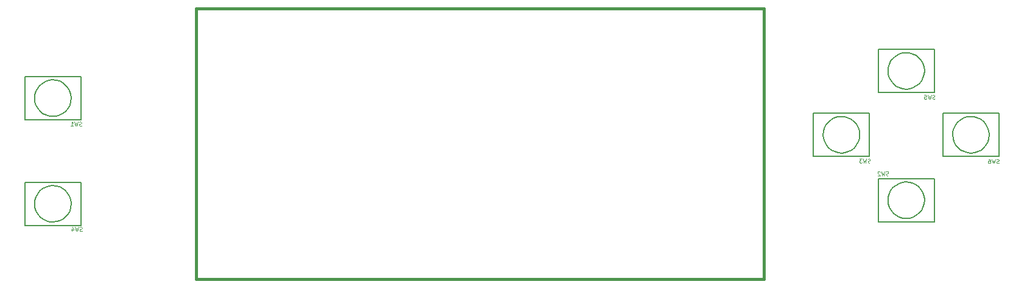
<source format=gbo>
G04 (created by PCBNEW-RS274X (2011-11-27 BZR 3249)-stable) date 7/05/2012 8:41:18 p.m.*
G01*
G70*
G90*
%MOIN*%
G04 Gerber Fmt 3.4, Leading zero omitted, Abs format*
%FSLAX34Y34*%
G04 APERTURE LIST*
%ADD10C,0.020000*%
%ADD11C,0.015000*%
%ADD12C,0.005000*%
%ADD13C,0.004300*%
G04 APERTURE END LIST*
G54D10*
G54D11*
X29220Y-15571D02*
X29224Y-15575D01*
X60268Y-15571D02*
X29220Y-15571D01*
X60268Y-30374D02*
X60268Y-15571D01*
X29228Y-30374D02*
X60268Y-30374D01*
X29228Y-15543D02*
X29228Y-30374D01*
G54D12*
X66536Y-27244D02*
X69606Y-27244D01*
X69606Y-24882D02*
X66536Y-24882D01*
X69606Y-24882D02*
X69606Y-27244D01*
X66536Y-27244D02*
X66536Y-24882D01*
X69071Y-26063D02*
X69051Y-26257D01*
X68995Y-26444D01*
X68903Y-26616D01*
X68780Y-26767D01*
X68630Y-26892D01*
X68458Y-26984D01*
X68272Y-27042D01*
X68077Y-27062D01*
X67884Y-27045D01*
X67697Y-26990D01*
X67524Y-26899D01*
X67372Y-26777D01*
X67246Y-26627D01*
X67152Y-26456D01*
X67093Y-26270D01*
X67072Y-26076D01*
X67088Y-25883D01*
X67142Y-25695D01*
X67231Y-25522D01*
X67352Y-25369D01*
X67501Y-25242D01*
X67671Y-25147D01*
X67857Y-25087D01*
X68051Y-25064D01*
X68244Y-25079D01*
X68432Y-25131D01*
X68606Y-25219D01*
X68760Y-25339D01*
X68888Y-25487D01*
X68984Y-25657D01*
X69046Y-25842D01*
X69070Y-26036D01*
X69071Y-26063D01*
X73149Y-21299D02*
X70079Y-21299D01*
X70079Y-23661D02*
X73149Y-23661D01*
X70079Y-23661D02*
X70079Y-21299D01*
X73149Y-21299D02*
X73149Y-23661D01*
X72614Y-22480D02*
X72594Y-22674D01*
X72538Y-22861D01*
X72446Y-23033D01*
X72323Y-23184D01*
X72173Y-23309D01*
X72001Y-23401D01*
X71815Y-23459D01*
X71620Y-23479D01*
X71427Y-23462D01*
X71240Y-23407D01*
X71067Y-23316D01*
X70915Y-23194D01*
X70789Y-23044D01*
X70695Y-22873D01*
X70636Y-22687D01*
X70615Y-22493D01*
X70631Y-22300D01*
X70685Y-22112D01*
X70774Y-21939D01*
X70895Y-21786D01*
X71044Y-21659D01*
X71214Y-21564D01*
X71400Y-21504D01*
X71594Y-21481D01*
X71787Y-21496D01*
X71975Y-21548D01*
X72149Y-21636D01*
X72303Y-21756D01*
X72431Y-21904D01*
X72527Y-22074D01*
X72589Y-22259D01*
X72613Y-22453D01*
X72614Y-22480D01*
X19843Y-27441D02*
X22913Y-27441D01*
X22913Y-25079D02*
X19843Y-25079D01*
X22913Y-25079D02*
X22913Y-27441D01*
X19843Y-27441D02*
X19843Y-25079D01*
X22378Y-26260D02*
X22358Y-26454D01*
X22302Y-26641D01*
X22210Y-26813D01*
X22087Y-26964D01*
X21937Y-27089D01*
X21765Y-27181D01*
X21579Y-27239D01*
X21384Y-27259D01*
X21191Y-27242D01*
X21004Y-27187D01*
X20831Y-27096D01*
X20679Y-26974D01*
X20553Y-26824D01*
X20459Y-26653D01*
X20400Y-26467D01*
X20379Y-26273D01*
X20395Y-26080D01*
X20449Y-25892D01*
X20538Y-25719D01*
X20659Y-25566D01*
X20808Y-25439D01*
X20978Y-25344D01*
X21164Y-25284D01*
X21358Y-25261D01*
X21551Y-25276D01*
X21739Y-25328D01*
X21913Y-25416D01*
X22067Y-25536D01*
X22195Y-25684D01*
X22291Y-25854D01*
X22353Y-26039D01*
X22377Y-26233D01*
X22378Y-26260D01*
X19843Y-21653D02*
X22913Y-21653D01*
X22913Y-19291D02*
X19843Y-19291D01*
X22913Y-19291D02*
X22913Y-21653D01*
X19843Y-21653D02*
X19843Y-19291D01*
X22378Y-20472D02*
X22358Y-20666D01*
X22302Y-20853D01*
X22210Y-21025D01*
X22087Y-21176D01*
X21937Y-21301D01*
X21765Y-21393D01*
X21579Y-21451D01*
X21384Y-21471D01*
X21191Y-21454D01*
X21004Y-21399D01*
X20831Y-21308D01*
X20679Y-21186D01*
X20553Y-21036D01*
X20459Y-20865D01*
X20400Y-20679D01*
X20379Y-20485D01*
X20395Y-20292D01*
X20449Y-20104D01*
X20538Y-19931D01*
X20659Y-19778D01*
X20808Y-19651D01*
X20978Y-19556D01*
X21164Y-19496D01*
X21358Y-19473D01*
X21551Y-19488D01*
X21739Y-19540D01*
X21913Y-19628D01*
X22067Y-19748D01*
X22195Y-19896D01*
X22291Y-20066D01*
X22353Y-20251D01*
X22377Y-20445D01*
X22378Y-20472D01*
X69606Y-17795D02*
X66536Y-17795D01*
X66536Y-20157D02*
X69606Y-20157D01*
X66536Y-20157D02*
X66536Y-17795D01*
X69606Y-17795D02*
X69606Y-20157D01*
X69071Y-18976D02*
X69051Y-19170D01*
X68995Y-19357D01*
X68903Y-19529D01*
X68780Y-19680D01*
X68630Y-19805D01*
X68458Y-19897D01*
X68272Y-19955D01*
X68077Y-19975D01*
X67884Y-19958D01*
X67697Y-19903D01*
X67524Y-19812D01*
X67372Y-19690D01*
X67246Y-19540D01*
X67152Y-19369D01*
X67093Y-19183D01*
X67072Y-18989D01*
X67088Y-18796D01*
X67142Y-18608D01*
X67231Y-18435D01*
X67352Y-18282D01*
X67501Y-18155D01*
X67671Y-18060D01*
X67857Y-18000D01*
X68051Y-17977D01*
X68244Y-17992D01*
X68432Y-18044D01*
X68606Y-18132D01*
X68760Y-18252D01*
X68888Y-18400D01*
X68984Y-18570D01*
X69046Y-18755D01*
X69070Y-18949D01*
X69071Y-18976D01*
X66063Y-21299D02*
X62993Y-21299D01*
X62993Y-23661D02*
X66063Y-23661D01*
X62993Y-23661D02*
X62993Y-21299D01*
X66063Y-21299D02*
X66063Y-23661D01*
X65528Y-22480D02*
X65508Y-22674D01*
X65452Y-22861D01*
X65360Y-23033D01*
X65237Y-23184D01*
X65087Y-23309D01*
X64915Y-23401D01*
X64729Y-23459D01*
X64534Y-23479D01*
X64341Y-23462D01*
X64154Y-23407D01*
X63981Y-23316D01*
X63829Y-23194D01*
X63703Y-23044D01*
X63609Y-22873D01*
X63550Y-22687D01*
X63529Y-22493D01*
X63545Y-22300D01*
X63599Y-22112D01*
X63688Y-21939D01*
X63809Y-21786D01*
X63958Y-21659D01*
X64128Y-21564D01*
X64314Y-21504D01*
X64508Y-21481D01*
X64701Y-21496D01*
X64889Y-21548D01*
X65063Y-21636D01*
X65217Y-21756D01*
X65345Y-21904D01*
X65441Y-22074D01*
X65503Y-22259D01*
X65527Y-22453D01*
X65528Y-22480D01*
G54D13*
X67089Y-24703D02*
X67058Y-24713D01*
X67006Y-24713D01*
X66985Y-24703D01*
X66975Y-24693D01*
X66965Y-24672D01*
X66965Y-24651D01*
X66975Y-24631D01*
X66985Y-24620D01*
X67006Y-24610D01*
X67047Y-24600D01*
X67068Y-24589D01*
X67078Y-24579D01*
X67089Y-24558D01*
X67089Y-24538D01*
X67078Y-24517D01*
X67068Y-24507D01*
X67047Y-24496D01*
X66996Y-24496D01*
X66965Y-24507D01*
X66892Y-24496D02*
X66840Y-24713D01*
X66799Y-24558D01*
X66758Y-24713D01*
X66706Y-24496D01*
X66634Y-24517D02*
X66623Y-24507D01*
X66603Y-24496D01*
X66551Y-24496D01*
X66530Y-24507D01*
X66520Y-24517D01*
X66510Y-24538D01*
X66510Y-24558D01*
X66520Y-24589D01*
X66644Y-24713D01*
X66510Y-24713D01*
X73136Y-24026D02*
X73105Y-24036D01*
X73053Y-24036D01*
X73032Y-24026D01*
X73022Y-24016D01*
X73012Y-23995D01*
X73012Y-23974D01*
X73022Y-23954D01*
X73032Y-23943D01*
X73053Y-23933D01*
X73094Y-23923D01*
X73115Y-23912D01*
X73125Y-23902D01*
X73136Y-23881D01*
X73136Y-23861D01*
X73125Y-23840D01*
X73115Y-23830D01*
X73094Y-23819D01*
X73043Y-23819D01*
X73012Y-23830D01*
X72939Y-23819D02*
X72887Y-24036D01*
X72846Y-23881D01*
X72805Y-24036D01*
X72753Y-23819D01*
X72577Y-23819D02*
X72619Y-23819D01*
X72639Y-23830D01*
X72650Y-23840D01*
X72670Y-23871D01*
X72681Y-23912D01*
X72681Y-23995D01*
X72670Y-24016D01*
X72660Y-24026D01*
X72639Y-24036D01*
X72598Y-24036D01*
X72577Y-24026D01*
X72567Y-24016D01*
X72557Y-23995D01*
X72557Y-23943D01*
X72567Y-23923D01*
X72577Y-23912D01*
X72598Y-23902D01*
X72639Y-23902D01*
X72660Y-23912D01*
X72670Y-23923D01*
X72681Y-23943D01*
X22971Y-27747D02*
X22940Y-27757D01*
X22888Y-27757D01*
X22867Y-27747D01*
X22857Y-27737D01*
X22847Y-27716D01*
X22847Y-27695D01*
X22857Y-27675D01*
X22867Y-27664D01*
X22888Y-27654D01*
X22929Y-27644D01*
X22950Y-27633D01*
X22960Y-27623D01*
X22971Y-27602D01*
X22971Y-27582D01*
X22960Y-27561D01*
X22950Y-27551D01*
X22929Y-27540D01*
X22878Y-27540D01*
X22847Y-27551D01*
X22774Y-27540D02*
X22722Y-27757D01*
X22681Y-27602D01*
X22640Y-27757D01*
X22588Y-27540D01*
X22412Y-27613D02*
X22412Y-27757D01*
X22464Y-27530D02*
X22516Y-27685D01*
X22381Y-27685D01*
X22940Y-21978D02*
X22909Y-21988D01*
X22857Y-21988D01*
X22836Y-21978D01*
X22826Y-21968D01*
X22816Y-21947D01*
X22816Y-21926D01*
X22826Y-21906D01*
X22836Y-21895D01*
X22857Y-21885D01*
X22898Y-21875D01*
X22919Y-21864D01*
X22929Y-21854D01*
X22940Y-21833D01*
X22940Y-21813D01*
X22929Y-21792D01*
X22919Y-21782D01*
X22898Y-21771D01*
X22847Y-21771D01*
X22816Y-21782D01*
X22743Y-21771D02*
X22691Y-21988D01*
X22650Y-21833D01*
X22609Y-21988D01*
X22557Y-21771D01*
X22361Y-21988D02*
X22485Y-21988D01*
X22423Y-21988D02*
X22423Y-21771D01*
X22443Y-21802D01*
X22464Y-21823D01*
X22485Y-21833D01*
X69633Y-20506D02*
X69602Y-20516D01*
X69550Y-20516D01*
X69529Y-20506D01*
X69519Y-20496D01*
X69509Y-20475D01*
X69509Y-20454D01*
X69519Y-20434D01*
X69529Y-20423D01*
X69550Y-20413D01*
X69591Y-20403D01*
X69612Y-20392D01*
X69622Y-20382D01*
X69633Y-20361D01*
X69633Y-20341D01*
X69622Y-20320D01*
X69612Y-20310D01*
X69591Y-20299D01*
X69540Y-20299D01*
X69509Y-20310D01*
X69436Y-20299D02*
X69384Y-20516D01*
X69343Y-20361D01*
X69302Y-20516D01*
X69250Y-20299D01*
X69064Y-20299D02*
X69167Y-20299D01*
X69178Y-20403D01*
X69167Y-20392D01*
X69147Y-20382D01*
X69095Y-20382D01*
X69074Y-20392D01*
X69064Y-20403D01*
X69054Y-20423D01*
X69054Y-20475D01*
X69064Y-20496D01*
X69074Y-20506D01*
X69095Y-20516D01*
X69147Y-20516D01*
X69167Y-20506D01*
X69178Y-20496D01*
X66094Y-24006D02*
X66063Y-24016D01*
X66011Y-24016D01*
X65990Y-24006D01*
X65980Y-23996D01*
X65970Y-23975D01*
X65970Y-23954D01*
X65980Y-23934D01*
X65990Y-23923D01*
X66011Y-23913D01*
X66052Y-23903D01*
X66073Y-23892D01*
X66083Y-23882D01*
X66094Y-23861D01*
X66094Y-23841D01*
X66083Y-23820D01*
X66073Y-23810D01*
X66052Y-23799D01*
X66001Y-23799D01*
X65970Y-23810D01*
X65897Y-23799D02*
X65845Y-24016D01*
X65804Y-23861D01*
X65763Y-24016D01*
X65711Y-23799D01*
X65649Y-23799D02*
X65515Y-23799D01*
X65587Y-23882D01*
X65556Y-23882D01*
X65535Y-23892D01*
X65525Y-23903D01*
X65515Y-23923D01*
X65515Y-23975D01*
X65525Y-23996D01*
X65535Y-24006D01*
X65556Y-24016D01*
X65618Y-24016D01*
X65639Y-24006D01*
X65649Y-23996D01*
M02*

</source>
